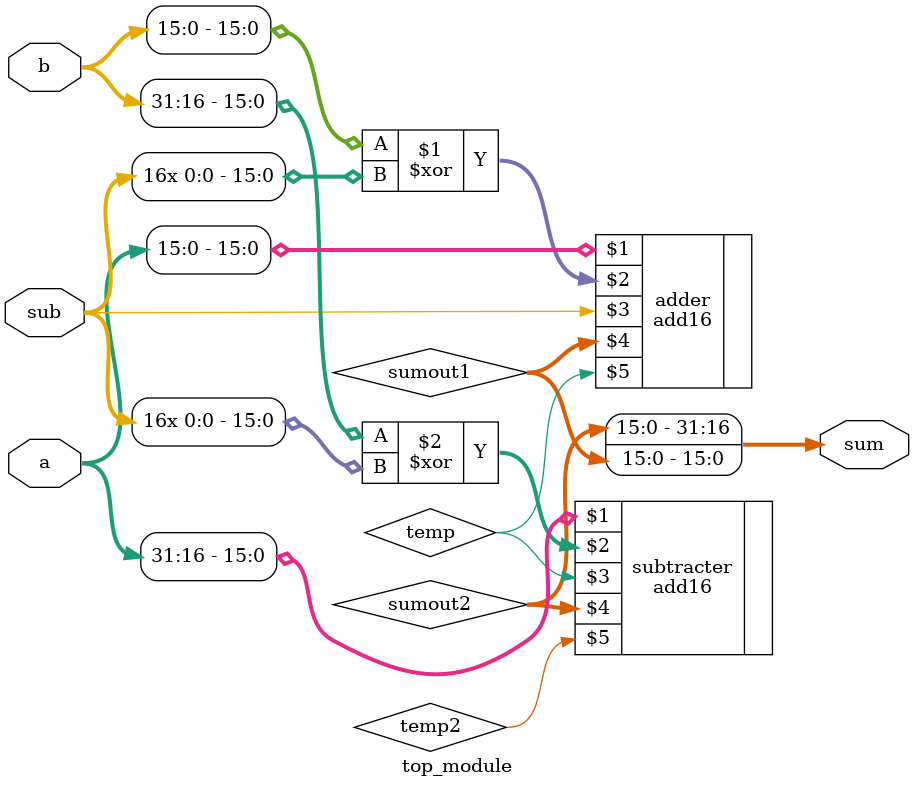
<source format=v>
module top_module(
    input [31:0] a,
    input [31:0] b,
    input sub,
    output [31:0] sum
);
    wire[15:0] sumout1,sumout2;
    wire temp,temp2;
    
    add16 adder(a[15:0],(b[15:0]^{16{sub}}),sub,sumout1,temp);
    add16 subtracter(a[31:16],(b[31:16]^{16{sub}}),temp,sumout2,temp2);
    
    assign sum = {sumout2,sumout1};
endmodule

</source>
